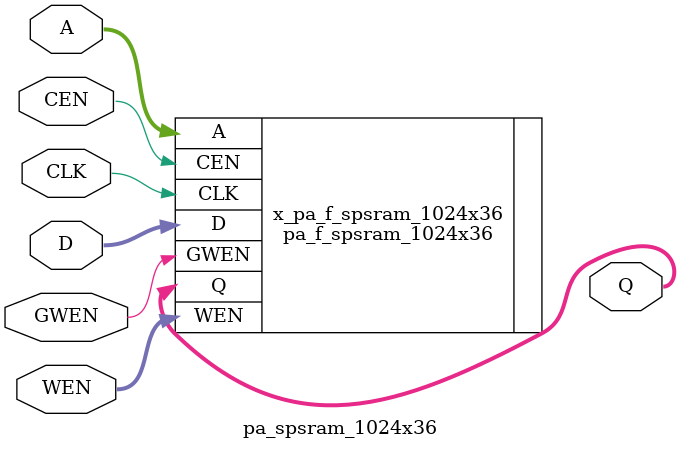
<source format=v>
/*Copyright 2020-2021 T-Head Semiconductor Co., Ltd.

Licensed under the Apache License, Version 2.0 (the "License");
you may not use this file except in compliance with the License.
You may obtain a copy of the License at

    http://www.apache.org/licenses/LICENSE-2.0

Unless required by applicable law or agreed to in writing, software
distributed under the License is distributed on an "AS IS" BASIS,
WITHOUT WARRANTIES OR CONDITIONS OF ANY KIND, either express or implied.
See the License for the specific language governing permissions and
limitations under the License.
*/

// &ModuleBeg; @22
module pa_spsram_1024x36(
  A,
  CEN,
  CLK,
  D,
  GWEN,
  Q,
  WEN
);

// &Ports; @23
input   [9 :0]  A;   
input           CEN; 
input           CLK; 
input   [35:0]  D;   
input           GWEN; 
input   [35:0]  WEN; 
output  [35:0]  Q;   

// &Regs; @24

// &Wires; @25
wire    [9 :0]  A;   
wire            CEN; 
wire            CLK; 
wire    [35:0]  D;   
wire            GWEN; 
wire    [35:0]  Q;   
wire    [35:0]  WEN; 


//**********************************************************
//                  Parameter Definition
//**********************************************************
parameter ADDR_WIDTH = 10;
parameter DATA_WIDTH = 36;
parameter WE_WIDTH   = 36;

// &Force("bus","Q",DATA_WIDTH-1,0); @34
// &Force("bus","WEN",WE_WIDTH-1,0); @35
// &Force("bus","A",ADDR_WIDTH-1,0); @36
// &Force("bus","D",DATA_WIDTH-1,0); @37

//  //********************************************************
//  //*                        FPGA memory                   *
//  //********************************************************
//   &Instance("pa_f_spsram_1024x36"); @43
pa_f_spsram_1024x36  x_pa_f_spsram_1024x36 (
  .A    (A   ),
  .CEN  (CEN ),
  .CLK  (CLK ),
  .D    (D   ),
  .GWEN (GWEN),
  .Q    (Q   ),
  .WEN  (WEN )
);

//   &Instance("pa_tsmc_spsram_1024x36"); @49

// &ModuleEnd; @65
endmodule



</source>
